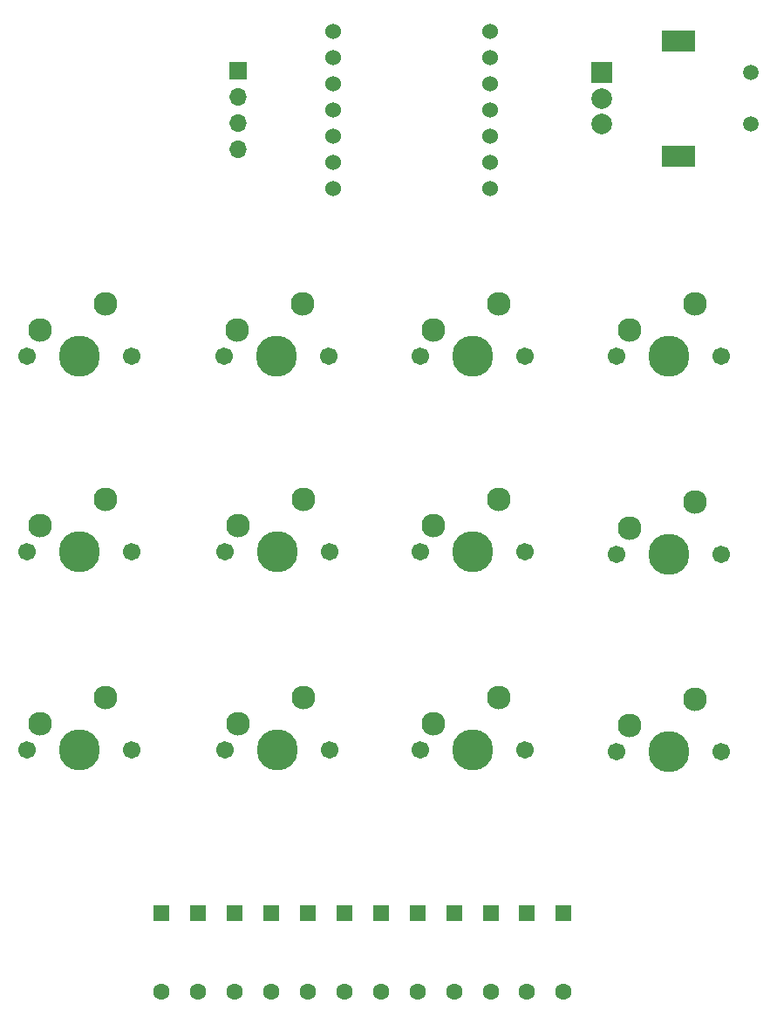
<source format=gbr>
%TF.GenerationSoftware,KiCad,Pcbnew,9.0.2-2.fc42*%
%TF.CreationDate,2025-06-07T11:28:53-05:00*%
%TF.ProjectId,macro_pad,6d616372-6f5f-4706-9164-2e6b69636164,rev?*%
%TF.SameCoordinates,Original*%
%TF.FileFunction,Soldermask,Bot*%
%TF.FilePolarity,Negative*%
%FSLAX46Y46*%
G04 Gerber Fmt 4.6, Leading zero omitted, Abs format (unit mm)*
G04 Created by KiCad (PCBNEW 9.0.2-2.fc42) date 2025-06-07 11:28:53*
%MOMM*%
%LPD*%
G01*
G04 APERTURE LIST*
G04 Aperture macros list*
%AMRoundRect*
0 Rectangle with rounded corners*
0 $1 Rounding radius*
0 $2 $3 $4 $5 $6 $7 $8 $9 X,Y pos of 4 corners*
0 Add a 4 corners polygon primitive as box body*
4,1,4,$2,$3,$4,$5,$6,$7,$8,$9,$2,$3,0*
0 Add four circle primitives for the rounded corners*
1,1,$1+$1,$2,$3*
1,1,$1+$1,$4,$5*
1,1,$1+$1,$6,$7*
1,1,$1+$1,$8,$9*
0 Add four rect primitives between the rounded corners*
20,1,$1+$1,$2,$3,$4,$5,0*
20,1,$1+$1,$4,$5,$6,$7,0*
20,1,$1+$1,$6,$7,$8,$9,0*
20,1,$1+$1,$8,$9,$2,$3,0*%
G04 Aperture macros list end*
%ADD10C,1.500000*%
%ADD11R,2.000000X2.000000*%
%ADD12C,2.000000*%
%ADD13R,3.200000X2.000000*%
%ADD14C,1.524000*%
%ADD15C,1.701800*%
%ADD16C,3.987800*%
%ADD17C,2.300000*%
%ADD18R,1.700000X1.700000*%
%ADD19O,1.700000X1.700000*%
%ADD20RoundRect,0.250000X-0.550000X0.550000X-0.550000X-0.550000X0.550000X-0.550000X0.550000X0.550000X0*%
%ADD21C,1.600000*%
G04 APERTURE END LIST*
D10*
%TO.C,SW13*%
X142175000Y-26100000D03*
X142175000Y-31100000D03*
D11*
X127675000Y-26100000D03*
D12*
X127675000Y-31100000D03*
X127675000Y-28600000D03*
D13*
X135175000Y-23000000D03*
X135175000Y-34200000D03*
%TD*%
D14*
%TO.C,U1*%
X101580000Y-22148500D03*
X101580000Y-24688500D03*
X101580000Y-27228500D03*
X101580000Y-29768500D03*
X101580000Y-32308500D03*
X101580000Y-34848500D03*
X101580000Y-37388500D03*
X116820000Y-37388500D03*
X116820000Y-34848500D03*
X116820000Y-32308500D03*
X116820000Y-29768500D03*
X116820000Y-27228500D03*
X116820000Y-24688500D03*
X116820000Y-22148500D03*
%TD*%
D15*
%TO.C,SW12*%
X129120000Y-92000000D03*
D16*
X134200000Y-92000000D03*
D15*
X139280000Y-92000000D03*
D17*
X130390000Y-89460000D03*
X136740000Y-86920000D03*
%TD*%
D15*
%TO.C,SW11*%
X129120000Y-72800000D03*
D16*
X134200000Y-72800000D03*
D15*
X139280000Y-72800000D03*
D17*
X130390000Y-70260000D03*
X136740000Y-67720000D03*
%TD*%
D15*
%TO.C,SW10*%
X129120000Y-53600000D03*
D16*
X134200000Y-53600000D03*
D15*
X139280000Y-53600000D03*
D17*
X130390000Y-51060000D03*
X136740000Y-48520000D03*
%TD*%
D15*
%TO.C,SW9*%
X110120000Y-53565000D03*
D16*
X115200000Y-53565000D03*
D15*
X120280000Y-53565000D03*
D17*
X111390000Y-51025000D03*
X117740000Y-48485000D03*
%TD*%
D15*
%TO.C,SW8*%
X110120000Y-72600000D03*
D16*
X115200000Y-72600000D03*
D15*
X120280000Y-72600000D03*
D17*
X111390000Y-70060000D03*
X117740000Y-67520000D03*
%TD*%
D15*
%TO.C,SW7*%
X110120000Y-91800000D03*
D16*
X115200000Y-91800000D03*
D15*
X120280000Y-91800000D03*
D17*
X111390000Y-89260000D03*
X117740000Y-86720000D03*
%TD*%
D15*
%TO.C,SW6*%
X91120000Y-72600000D03*
D16*
X96200000Y-72600000D03*
D15*
X101280000Y-72600000D03*
D17*
X92390000Y-70060000D03*
X98740000Y-67520000D03*
%TD*%
D15*
%TO.C,SW5*%
X91000000Y-53565000D03*
D16*
X96080000Y-53565000D03*
D15*
X101160000Y-53565000D03*
D17*
X92270000Y-51025000D03*
X98620000Y-48485000D03*
%TD*%
D15*
%TO.C,SW4*%
X91120000Y-91800000D03*
D16*
X96200000Y-91800000D03*
D15*
X101280000Y-91800000D03*
D17*
X92390000Y-89260000D03*
X98740000Y-86720000D03*
%TD*%
D15*
%TO.C,SW3*%
X71920000Y-91800000D03*
D16*
X77000000Y-91800000D03*
D15*
X82080000Y-91800000D03*
D17*
X73190000Y-89260000D03*
X79540000Y-86720000D03*
%TD*%
D15*
%TO.C,SW2*%
X71920000Y-72600000D03*
D16*
X77000000Y-72600000D03*
D15*
X82080000Y-72600000D03*
D17*
X73190000Y-70060000D03*
X79540000Y-67520000D03*
%TD*%
D15*
%TO.C,SW1*%
X71920000Y-53565000D03*
D16*
X77000000Y-53565000D03*
D15*
X82080000Y-53565000D03*
D17*
X73190000Y-51025000D03*
X79540000Y-48485000D03*
%TD*%
D18*
%TO.C,J1*%
X92400000Y-25920000D03*
D19*
X92400000Y-28460000D03*
X92400000Y-31000000D03*
X92400000Y-33540000D03*
%TD*%
D20*
%TO.C,D32*%
X124000000Y-107590000D03*
D21*
X124000000Y-115210000D03*
%TD*%
D20*
%TO.C,D31*%
X120450000Y-107590000D03*
D21*
X120450000Y-115210000D03*
%TD*%
D20*
%TO.C,D30*%
X116900000Y-107590000D03*
D21*
X116900000Y-115210000D03*
%TD*%
D20*
%TO.C,D29*%
X113350000Y-107590000D03*
D21*
X113350000Y-115210000D03*
%TD*%
D20*
%TO.C,D24*%
X109800000Y-107590000D03*
D21*
X109800000Y-115210000D03*
%TD*%
D20*
%TO.C,D23*%
X106250000Y-107590000D03*
D21*
X106250000Y-115210000D03*
%TD*%
D20*
%TO.C,D22*%
X102700000Y-107590000D03*
D21*
X102700000Y-115210000D03*
%TD*%
D20*
%TO.C,D21*%
X99150000Y-107590000D03*
D21*
X99150000Y-115210000D03*
%TD*%
D20*
%TO.C,D20*%
X95600000Y-107590000D03*
D21*
X95600000Y-115210000D03*
%TD*%
D20*
%TO.C,D19*%
X92050000Y-107590000D03*
D21*
X92050000Y-115210000D03*
%TD*%
D20*
%TO.C,D18*%
X88500000Y-107590000D03*
D21*
X88500000Y-115210000D03*
%TD*%
%TO.C,D17*%
X84950000Y-115210000D03*
D20*
X84950000Y-107590000D03*
%TD*%
M02*

</source>
